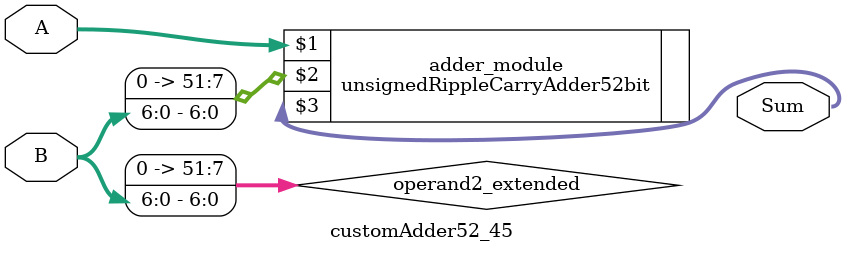
<source format=v>
module customAdder52_45(
                        input [51 : 0] A,
                        input [6 : 0] B,
                        
                        output [52 : 0] Sum
                );

        wire [51 : 0] operand2_extended;
        
        assign operand2_extended =  {45'b0, B};
        
        unsignedRippleCarryAdder52bit adder_module(
            A,
            operand2_extended,
            Sum
        );
        
        endmodule
        
</source>
